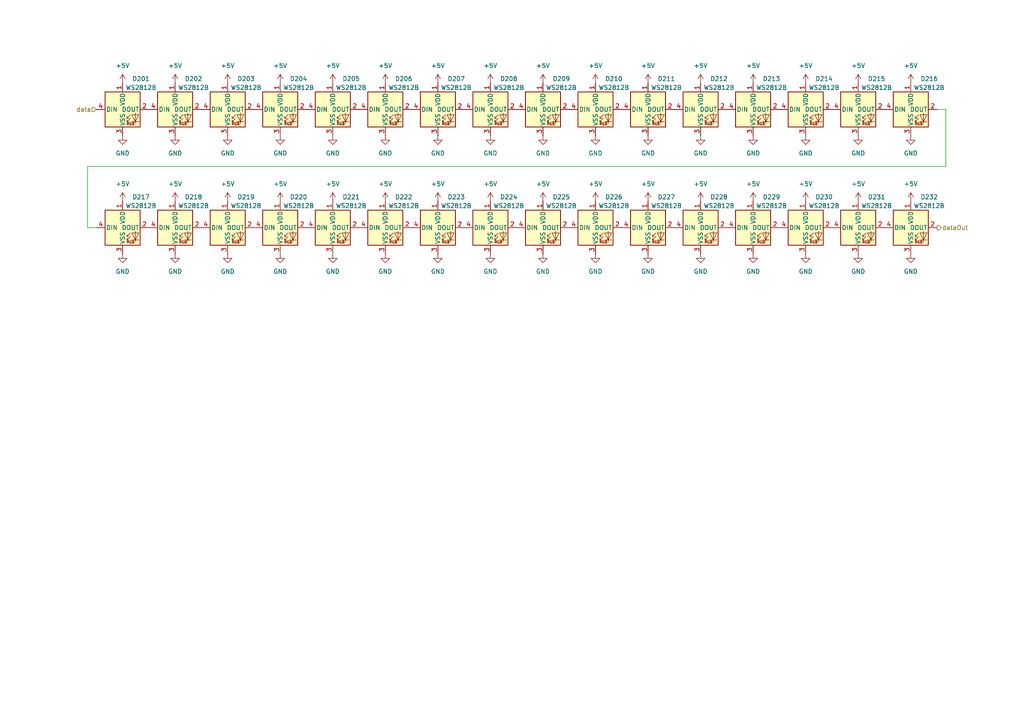
<source format=kicad_sch>
(kicad_sch (version 20231120) (generator "eeschema") (generator_version "8.0")
  (paper "A4")
  (lib_symbols
    (symbol "LED:WS2812B" (pin_names (offset 0.254))
      (property "Reference" "D" (at 5.08 5.715 0))
      (property "Value" "WS2812B" (at 1.27 -5.715 0))
      (symbol "WS2812B_0_0"
        (text "RGB" (at 2.286 -4.191 0) (effects (font (size 0.762 0.762))))
      )
      (symbol "WS2812B_0_1"
        (polyline (pts (xy 1.27 -3.556) (xy 1.778 -3.556)))
        (polyline (pts (xy 1.27 -2.54) (xy 1.778 -2.54)))
        (polyline (pts (xy 4.699 -3.556) (xy 2.667 -3.556)))
        (polyline (pts (xy 2.286 -2.54) (xy 1.27 -3.556) (xy 1.27 -3.048)))
        (polyline (pts (xy 2.286 -1.524) (xy 1.27 -2.54) (xy 1.27 -2.032)))
        (polyline (pts (xy 3.683 -1.016) (xy 3.683 -3.556) (xy 3.683 -4.064)))
        (polyline (pts (xy 4.699 -1.524) (xy 2.667 -1.524) (xy 3.683 -3.556) (xy 4.699 -1.524)))
        (rectangle (start 5.08 5.08) (end -5.08 -5.08) (stroke (width 0.254)) (fill (type background)))
      )
      (symbol "WS2812B_1_1"
        (pin power_in line (at 0 7.62 270) (length 2.54) (name "VDD") (number "1"))
        (pin output line (at 7.62 0 180) (length 2.54) (name "DOUT") (number "2"))
        (pin power_in line (at 0 -7.62 90) (length 2.54) (name "VSS") (number "3"))
        (pin input line (at -7.62 0 0) (length 2.54) (name "DIN") (number "4"))
      )
    )
    (symbol "power:+5V" (power) (pin_numbers hide) (pin_names (offset 0) hide)
      (property "Value" "+5V" (at 0 3.556 0))
      (symbol "+5V_0_1"
        (polyline (pts (xy -0.762 1.27) (xy 0 2.54)))
        (polyline (pts (xy 0 0) (xy 0 2.54)))
        (polyline (pts (xy 0 2.54) (xy 0.762 1.27)))
      )
      (symbol "+5V_1_1"
        (pin power_in line (at 0 0 90) (length 0) (name "~") (number "1"))
      )
    )
    (symbol "power:GND" (power) (pin_numbers hide) (pin_names (offset 0) hide)
      (property "Value" "GND" (at 0 -3.81 0))
      (symbol "GND_0_1"
        (polyline (pts (xy 0 0) (xy 0 -1.27) (xy 1.27 -1.27) (xy 0 -2.54) (xy -1.27 -1.27) (xy 0 -1.27)))
      )
      (symbol "GND_1_1"
        (pin power_in line (at 0 0 270) (length 0) (name "~") (number "1"))
      )
    )
  )
  (wire (pts (xy 271.78 31.75) (xy 274.32 31.75)))
  (wire (pts (xy 25.4 48.26) (xy 25.4 66.04)))
  (wire (pts (xy 274.32 48.26) (xy 25.4 48.26)))
  (wire (pts (xy 25.4 66.04) (xy 27.94 66.04)))
  (wire (pts (xy 274.32 31.75) (xy 274.32 48.26)))
  (hierarchical_label "dataOut" (shape output) (at 271.78 66.04 0))
  (hierarchical_label "data" (shape input) (at 27.94 31.75 180))
  (symbol (lib_id "power:GND") (at 111.76 73.66 0) (unit 1)
    (property "Reference" "#PWR0254" (effects (hide yes)))
    (property "Value" "GND" (at 111.76 78.74 0))
    (property "Description" "Power symbol creates a global label with name \"GND\" , ground" (effects (hide yes)))
  )
  (symbol (lib_id "LED:WS2812B") (at 96.52 31.75 0) (unit 1)
    (property "Reference" "D205" (at 101.854 22.86 0))
    (property "Value" "WS2812B" (at 101.854 25.4 0))
    (property "Footprint" "LED_SMD:LED_WS2812B_PLCC4_5.0x5.0mm_P3.2mm" (effects (hide yes)))
    (property "Datasheet" "https://cdn-shop.adafruit.com/datasheets/WS2812B.pdf" (effects (hide yes)))
    (property "Description" "RGB LED with integrated controller" (effects (hide yes)))
  )
  (symbol (lib_id "power:+5V") (at 203.2 58.42 0) (unit 1)
    (property "Reference" "#PWR0244" (effects (hide yes)))
    (property "Value" "+5V" (at 203.2 53.34 0))
    (property "Description" "Power symbol creates a global label with name \"+5V\"" (effects (hide yes)))
  )
  (symbol (lib_id "power:+5V") (at 218.44 58.42 0) (unit 1)
    (property "Reference" "#PWR0245" (effects (hide yes)))
    (property "Value" "+5V" (at 218.44 53.34 0))
    (property "Description" "Power symbol creates a global label with name \"+5V\"" (effects (hide yes)))
  )
  (symbol (lib_id "LED:WS2812B") (at 218.44 66.04 0) (unit 1)
    (property "Reference" "D229" (at 223.774 57.15 0))
    (property "Value" "WS2812B" (at 223.774 59.69 0))
    (property "Footprint" "LED_SMD:LED_WS2812B_PLCC4_5.0x5.0mm_P3.2mm" (effects (hide yes)))
    (property "Datasheet" "https://cdn-shop.adafruit.com/datasheets/WS2812B.pdf" (effects (hide yes)))
    (property "Description" "RGB LED with integrated controller" (effects (hide yes)))
  )
  (symbol (lib_id "power:GND") (at 203.2 39.37 0) (unit 1)
    (property "Reference" "#PWR0228" (effects (hide yes)))
    (property "Value" "GND" (at 203.2 44.45 0))
    (property "Description" "Power symbol creates a global label with name \"GND\" , ground" (effects (hide yes)))
  )
  (symbol (lib_id "power:+5V") (at 66.04 24.13 0) (unit 1)
    (property "Reference" "#PWR0203" (effects (hide yes)))
    (property "Value" "+5V" (at 66.04 19.05 0))
    (property "Description" "Power symbol creates a global label with name \"+5V\"" (effects (hide yes)))
  )
  (symbol (lib_id "LED:WS2812B") (at 172.72 31.75 0) (unit 1)
    (property "Reference" "D210" (at 178.054 22.86 0))
    (property "Value" "WS2812B" (at 178.054 25.4 0))
    (property "Footprint" "LED_SMD:LED_WS2812B_PLCC4_5.0x5.0mm_P3.2mm" (effects (hide yes)))
    (property "Datasheet" "https://cdn-shop.adafruit.com/datasheets/WS2812B.pdf" (effects (hide yes)))
    (property "Description" "RGB LED with integrated controller" (effects (hide yes)))
  )
  (symbol (lib_id "LED:WS2812B") (at 203.2 66.04 0) (unit 1)
    (property "Reference" "D228" (at 208.534 57.15 0))
    (property "Value" "WS2812B" (at 208.534 59.69 0))
    (property "Footprint" "LED_SMD:LED_WS2812B_PLCC4_5.0x5.0mm_P3.2mm" (effects (hide yes)))
    (property "Datasheet" "https://cdn-shop.adafruit.com/datasheets/WS2812B.pdf" (effects (hide yes)))
    (property "Description" "RGB LED with integrated controller" (effects (hide yes)))
  )
  (symbol (lib_id "power:GND") (at 50.8 73.66 0) (unit 1)
    (property "Reference" "#PWR0250" (effects (hide yes)))
    (property "Value" "GND" (at 50.8 78.74 0))
    (property "Description" "Power symbol creates a global label with name \"GND\" , ground" (effects (hide yes)))
  )
  (symbol (lib_id "LED:WS2812B") (at 264.16 66.04 0) (unit 1)
    (property "Reference" "D232" (at 269.494 57.15 0))
    (property "Value" "WS2812B" (at 269.494 59.69 0))
    (property "Footprint" "LED_SMD:LED_WS2812B_PLCC4_5.0x5.0mm_P3.2mm" (effects (hide yes)))
    (property "Datasheet" "https://cdn-shop.adafruit.com/datasheets/WS2812B.pdf" (effects (hide yes)))
    (property "Description" "RGB LED with integrated controller" (effects (hide yes)))
  )
  (symbol (lib_id "power:+5V") (at 50.8 24.13 0) (unit 1)
    (property "Reference" "#PWR0202" (effects (hide yes)))
    (property "Value" "+5V" (at 50.8 19.05 0))
    (property "Description" "Power symbol creates a global label with name \"+5V\"" (effects (hide yes)))
  )
  (symbol (lib_id "power:+5V") (at 187.96 24.13 0) (unit 1)
    (property "Reference" "#PWR0211" (effects (hide yes)))
    (property "Value" "+5V" (at 187.96 19.05 0))
    (property "Description" "Power symbol creates a global label with name \"+5V\"" (effects (hide yes)))
  )
  (symbol (lib_id "power:+5V") (at 66.04 58.42 0) (unit 1)
    (property "Reference" "#PWR0235" (effects (hide yes)))
    (property "Value" "+5V" (at 66.04 53.34 0))
    (property "Description" "Power symbol creates a global label with name \"+5V\"" (effects (hide yes)))
  )
  (symbol (lib_id "LED:WS2812B") (at 66.04 31.75 0) (unit 1)
    (property "Reference" "D203" (at 71.374 22.86 0))
    (property "Value" "WS2812B" (at 71.374 25.4 0))
    (property "Footprint" "LED_SMD:LED_WS2812B_PLCC4_5.0x5.0mm_P3.2mm" (effects (hide yes)))
    (property "Datasheet" "https://cdn-shop.adafruit.com/datasheets/WS2812B.pdf" (effects (hide yes)))
    (property "Description" "RGB LED with integrated controller" (effects (hide yes)))
  )
  (symbol (lib_id "power:+5V") (at 142.24 24.13 0) (unit 1)
    (property "Reference" "#PWR0208" (effects (hide yes)))
    (property "Value" "+5V" (at 142.24 19.05 0))
    (property "Description" "Power symbol creates a global label with name \"+5V\"" (effects (hide yes)))
  )
  (symbol (lib_id "power:GND") (at 172.72 39.37 0) (unit 1)
    (property "Reference" "#PWR0226" (effects (hide yes)))
    (property "Value" "GND" (at 172.72 44.45 0))
    (property "Description" "Power symbol creates a global label with name \"GND\" , ground" (effects (hide yes)))
  )
  (symbol (lib_id "power:GND") (at 35.56 39.37 0) (unit 1)
    (property "Reference" "#PWR0217" (effects (hide yes)))
    (property "Value" "GND" (at 35.56 44.45 0))
    (property "Description" "Power symbol creates a global label with name \"GND\" , ground" (effects (hide yes)))
  )
  (symbol (lib_id "power:+5V") (at 50.8 58.42 0) (unit 1)
    (property "Reference" "#PWR0234" (effects (hide yes)))
    (property "Value" "+5V" (at 50.8 53.34 0))
    (property "Description" "Power symbol creates a global label with name \"+5V\"" (effects (hide yes)))
  )
  (symbol (lib_id "power:+5V") (at 127 24.13 0) (unit 1)
    (property "Reference" "#PWR0207" (effects (hide yes)))
    (property "Value" "+5V" (at 127 19.05 0))
    (property "Description" "Power symbol creates a global label with name \"+5V\"" (effects (hide yes)))
  )
  (symbol (lib_id "power:GND") (at 157.48 73.66 0) (unit 1)
    (property "Reference" "#PWR0257" (effects (hide yes)))
    (property "Value" "GND" (at 157.48 78.74 0))
    (property "Description" "Power symbol creates a global label with name \"GND\" , ground" (effects (hide yes)))
  )
  (symbol (lib_id "LED:WS2812B") (at 111.76 31.75 0) (unit 1)
    (property "Reference" "D206" (at 117.094 22.86 0))
    (property "Value" "WS2812B" (at 117.094 25.4 0))
    (property "Footprint" "LED_SMD:LED_WS2812B_PLCC4_5.0x5.0mm_P3.2mm" (effects (hide yes)))
    (property "Datasheet" "https://cdn-shop.adafruit.com/datasheets/WS2812B.pdf" (effects (hide yes)))
    (property "Description" "RGB LED with integrated controller" (effects (hide yes)))
  )
  (symbol (lib_id "power:GND") (at 111.76 39.37 0) (unit 1)
    (property "Reference" "#PWR0222" (effects (hide yes)))
    (property "Value" "GND" (at 111.76 44.45 0))
    (property "Description" "Power symbol creates a global label with name \"GND\" , ground" (effects (hide yes)))
  )
  (symbol (lib_id "LED:WS2812B") (at 233.68 66.04 0) (unit 1)
    (property "Reference" "D230" (at 239.014 57.15 0))
    (property "Value" "WS2812B" (at 239.014 59.69 0))
    (property "Footprint" "LED_SMD:LED_WS2812B_PLCC4_5.0x5.0mm_P3.2mm" (effects (hide yes)))
    (property "Datasheet" "https://cdn-shop.adafruit.com/datasheets/WS2812B.pdf" (effects (hide yes)))
    (property "Description" "RGB LED with integrated controller" (effects (hide yes)))
  )
  (symbol (lib_id "LED:WS2812B") (at 50.8 31.75 0) (unit 1)
    (property "Reference" "D202" (at 56.134 22.86 0))
    (property "Value" "WS2812B" (at 56.134 25.4 0))
    (property "Footprint" "LED_SMD:LED_WS2812B_PLCC4_5.0x5.0mm_P3.2mm" (effects (hide yes)))
    (property "Datasheet" "https://cdn-shop.adafruit.com/datasheets/WS2812B.pdf" (effects (hide yes)))
    (property "Description" "RGB LED with integrated controller" (effects (hide yes)))
  )
  (symbol (lib_id "power:GND") (at 96.52 73.66 0) (unit 1)
    (property "Reference" "#PWR0253" (effects (hide yes)))
    (property "Value" "GND" (at 96.52 78.74 0))
    (property "Description" "Power symbol creates a global label with name \"GND\" , ground" (effects (hide yes)))
  )
  (symbol (lib_id "power:GND") (at 187.96 39.37 0) (unit 1)
    (property "Reference" "#PWR0227" (effects (hide yes)))
    (property "Value" "GND" (at 187.96 44.45 0))
    (property "Description" "Power symbol creates a global label with name \"GND\" , ground" (effects (hide yes)))
  )
  (symbol (lib_id "power:GND") (at 142.24 39.37 0) (unit 1)
    (property "Reference" "#PWR0224" (effects (hide yes)))
    (property "Value" "GND" (at 142.24 44.45 0))
    (property "Description" "Power symbol creates a global label with name \"GND\" , ground" (effects (hide yes)))
  )
  (symbol (lib_id "power:+5V") (at 264.16 58.42 0) (unit 1)
    (property "Reference" "#PWR0248" (effects (hide yes)))
    (property "Value" "+5V" (at 264.16 53.34 0))
    (property "Description" "Power symbol creates a global label with name \"+5V\"" (effects (hide yes)))
  )
  (symbol (lib_id "power:GND") (at 127 39.37 0) (unit 1)
    (property "Reference" "#PWR0223" (effects (hide yes)))
    (property "Value" "GND" (at 127 44.45 0))
    (property "Description" "Power symbol creates a global label with name \"GND\" , ground" (effects (hide yes)))
  )
  (symbol (lib_id "LED:WS2812B") (at 172.72 66.04 0) (unit 1)
    (property "Reference" "D226" (at 178.054 57.15 0))
    (property "Value" "WS2812B" (at 178.054 59.69 0))
    (property "Footprint" "LED_SMD:LED_WS2812B_PLCC4_5.0x5.0mm_P3.2mm" (effects (hide yes)))
    (property "Datasheet" "https://cdn-shop.adafruit.com/datasheets/WS2812B.pdf" (effects (hide yes)))
    (property "Description" "RGB LED with integrated controller" (effects (hide yes)))
  )
  (symbol (lib_id "power:+5V") (at 187.96 58.42 0) (unit 1)
    (property "Reference" "#PWR0243" (effects (hide yes)))
    (property "Value" "+5V" (at 187.96 53.34 0))
    (property "Description" "Power symbol creates a global label with name \"+5V\"" (effects (hide yes)))
  )
  (symbol (lib_id "LED:WS2812B") (at 187.96 31.75 0) (unit 1)
    (property "Reference" "D211" (at 193.294 22.86 0))
    (property "Value" "WS2812B" (at 193.294 25.4 0))
    (property "Footprint" "LED_SMD:LED_WS2812B_PLCC4_5.0x5.0mm_P3.2mm" (effects (hide yes)))
    (property "Datasheet" "https://cdn-shop.adafruit.com/datasheets/WS2812B.pdf" (effects (hide yes)))
    (property "Description" "RGB LED with integrated controller" (effects (hide yes)))
  )
  (symbol (lib_id "power:+5V") (at 81.28 58.42 0) (unit 1)
    (property "Reference" "#PWR0236" (effects (hide yes)))
    (property "Value" "+5V" (at 81.28 53.34 0))
    (property "Description" "Power symbol creates a global label with name \"+5V\"" (effects (hide yes)))
  )
  (symbol (lib_id "power:+5V") (at 142.24 58.42 0) (unit 1)
    (property "Reference" "#PWR0240" (effects (hide yes)))
    (property "Value" "+5V" (at 142.24 53.34 0))
    (property "Description" "Power symbol creates a global label with name \"+5V\"" (effects (hide yes)))
  )
  (symbol (lib_id "power:GND") (at 157.48 39.37 0) (unit 1)
    (property "Reference" "#PWR0225" (effects (hide yes)))
    (property "Value" "GND" (at 157.48 44.45 0))
    (property "Description" "Power symbol creates a global label with name \"GND\" , ground" (effects (hide yes)))
  )
  (symbol (lib_id "power:GND") (at 218.44 73.66 0) (unit 1)
    (property "Reference" "#PWR0261" (effects (hide yes)))
    (property "Value" "GND" (at 218.44 78.74 0))
    (property "Description" "Power symbol creates a global label with name \"GND\" , ground" (effects (hide yes)))
  )
  (symbol (lib_id "power:GND") (at 172.72 73.66 0) (unit 1)
    (property "Reference" "#PWR0258" (effects (hide yes)))
    (property "Value" "GND" (at 172.72 78.74 0))
    (property "Description" "Power symbol creates a global label with name \"GND\" , ground" (effects (hide yes)))
  )
  (symbol (lib_id "power:+5V") (at 218.44 24.13 0) (unit 1)
    (property "Reference" "#PWR0213" (effects (hide yes)))
    (property "Value" "+5V" (at 218.44 19.05 0))
    (property "Description" "Power symbol creates a global label with name \"+5V\"" (effects (hide yes)))
  )
  (symbol (lib_id "power:GND") (at 264.16 73.66 0) (unit 1)
    (property "Reference" "#PWR0264" (effects (hide yes)))
    (property "Value" "GND" (at 264.16 78.74 0))
    (property "Description" "Power symbol creates a global label with name \"GND\" , ground" (effects (hide yes)))
  )
  (symbol (lib_id "LED:WS2812B") (at 50.8 66.04 0) (unit 1)
    (property "Reference" "D218" (at 56.134 57.15 0))
    (property "Value" "WS2812B" (at 56.134 59.69 0))
    (property "Footprint" "LED_SMD:LED_WS2812B_PLCC4_5.0x5.0mm_P3.2mm" (effects (hide yes)))
    (property "Datasheet" "https://cdn-shop.adafruit.com/datasheets/WS2812B.pdf" (effects (hide yes)))
    (property "Description" "RGB LED with integrated controller" (effects (hide yes)))
  )
  (symbol (lib_id "power:+5V") (at 96.52 58.42 0) (unit 1)
    (property "Reference" "#PWR0237" (effects (hide yes)))
    (property "Value" "+5V" (at 96.52 53.34 0))
    (property "Description" "Power symbol creates a global label with name \"+5V\"" (effects (hide yes)))
  )
  (symbol (lib_id "LED:WS2812B") (at 187.96 66.04 0) (unit 1)
    (property "Reference" "D227" (at 193.294 57.15 0))
    (property "Value" "WS2812B" (at 193.294 59.69 0))
    (property "Footprint" "LED_SMD:LED_WS2812B_PLCC4_5.0x5.0mm_P3.2mm" (effects (hide yes)))
    (property "Datasheet" "https://cdn-shop.adafruit.com/datasheets/WS2812B.pdf" (effects (hide yes)))
    (property "Description" "RGB LED with integrated controller" (effects (hide yes)))
  )
  (symbol (lib_id "power:+5V") (at 127 58.42 0) (unit 1)
    (property "Reference" "#PWR0239" (effects (hide yes)))
    (property "Value" "+5V" (at 127 53.34 0))
    (property "Description" "Power symbol creates a global label with name \"+5V\"" (effects (hide yes)))
  )
  (symbol (lib_id "LED:WS2812B") (at 81.28 66.04 0) (unit 1)
    (property "Reference" "D220" (at 86.614 57.15 0))
    (property "Value" "WS2812B" (at 86.614 59.69 0))
    (property "Footprint" "LED_SMD:LED_WS2812B_PLCC4_5.0x5.0mm_P3.2mm" (effects (hide yes)))
    (property "Datasheet" "https://cdn-shop.adafruit.com/datasheets/WS2812B.pdf" (effects (hide yes)))
    (property "Description" "RGB LED with integrated controller" (effects (hide yes)))
  )
  (symbol (lib_id "LED:WS2812B") (at 66.04 66.04 0) (unit 1)
    (property "Reference" "D219" (at 71.374 57.15 0))
    (property "Value" "WS2812B" (at 71.374 59.69 0))
    (property "Footprint" "LED_SMD:LED_WS2812B_PLCC4_5.0x5.0mm_P3.2mm" (effects (hide yes)))
    (property "Datasheet" "https://cdn-shop.adafruit.com/datasheets/WS2812B.pdf" (effects (hide yes)))
    (property "Description" "RGB LED with integrated controller" (effects (hide yes)))
  )
  (symbol (lib_id "power:+5V") (at 172.72 58.42 0) (unit 1)
    (property "Reference" "#PWR0242" (effects (hide yes)))
    (property "Value" "+5V" (at 172.72 53.34 0))
    (property "Description" "Power symbol creates a global label with name \"+5V\"" (effects (hide yes)))
  )
  (symbol (lib_id "LED:WS2812B") (at 264.16 31.75 0) (unit 1)
    (property "Reference" "D216" (at 269.494 22.86 0))
    (property "Value" "WS2812B" (at 269.494 25.4 0))
    (property "Footprint" "LED_SMD:LED_WS2812B_PLCC4_5.0x5.0mm_P3.2mm" (effects (hide yes)))
    (property "Datasheet" "https://cdn-shop.adafruit.com/datasheets/WS2812B.pdf" (effects (hide yes)))
    (property "Description" "RGB LED with integrated controller" (effects (hide yes)))
  )
  (symbol (lib_id "power:+5V") (at 81.28 24.13 0) (unit 1)
    (property "Reference" "#PWR0204" (effects (hide yes)))
    (property "Value" "+5V" (at 81.28 19.05 0))
    (property "Description" "Power symbol creates a global label with name \"+5V\"" (effects (hide yes)))
  )
  (symbol (lib_id "power:GND") (at 203.2 73.66 0) (unit 1)
    (property "Reference" "#PWR0260" (effects (hide yes)))
    (property "Value" "GND" (at 203.2 78.74 0))
    (property "Description" "Power symbol creates a global label with name \"GND\" , ground" (effects (hide yes)))
  )
  (symbol (lib_id "power:GND") (at 66.04 73.66 0) (unit 1)
    (property "Reference" "#PWR0251" (effects (hide yes)))
    (property "Value" "GND" (at 66.04 78.74 0))
    (property "Description" "Power symbol creates a global label with name \"GND\" , ground" (effects (hide yes)))
  )
  (symbol (lib_id "power:+5V") (at 35.56 58.42 0) (unit 1)
    (property "Reference" "#PWR0233" (effects (hide yes)))
    (property "Value" "+5V" (at 35.56 53.34 0))
    (property "Description" "Power symbol creates a global label with name \"+5V\"" (effects (hide yes)))
  )
  (symbol (lib_id "LED:WS2812B") (at 248.92 31.75 0) (unit 1)
    (property "Reference" "D215" (at 254.254 22.86 0))
    (property "Value" "WS2812B" (at 254.254 25.4 0))
    (property "Footprint" "LED_SMD:LED_WS2812B_PLCC4_5.0x5.0mm_P3.2mm" (effects (hide yes)))
    (property "Datasheet" "https://cdn-shop.adafruit.com/datasheets/WS2812B.pdf" (effects (hide yes)))
    (property "Description" "RGB LED with integrated controller" (effects (hide yes)))
  )
  (symbol (lib_id "LED:WS2812B") (at 233.68 31.75 0) (unit 1)
    (property "Reference" "D214" (at 239.014 22.86 0))
    (property "Value" "WS2812B" (at 239.014 25.4 0))
    (property "Footprint" "LED_SMD:LED_WS2812B_PLCC4_5.0x5.0mm_P3.2mm" (effects (hide yes)))
    (property "Datasheet" "https://cdn-shop.adafruit.com/datasheets/WS2812B.pdf" (effects (hide yes)))
    (property "Description" "RGB LED with integrated controller" (effects (hide yes)))
  )
  (symbol (lib_id "power:GND") (at 81.28 73.66 0) (unit 1)
    (property "Reference" "#PWR0252" (effects (hide yes)))
    (property "Value" "GND" (at 81.28 78.74 0))
    (property "Description" "Power symbol creates a global label with name \"GND\" , ground" (effects (hide yes)))
  )
  (symbol (lib_id "power:+5V") (at 248.92 58.42 0) (unit 1)
    (property "Reference" "#PWR0247" (effects (hide yes)))
    (property "Value" "+5V" (at 248.92 53.34 0))
    (property "Description" "Power symbol creates a global label with name \"+5V\"" (effects (hide yes)))
  )
  (symbol (lib_id "power:GND") (at 66.04 39.37 0) (unit 1)
    (property "Reference" "#PWR0219" (effects (hide yes)))
    (property "Value" "GND" (at 66.04 44.45 0))
    (property "Description" "Power symbol creates a global label with name \"GND\" , ground" (effects (hide yes)))
  )
  (symbol (lib_id "LED:WS2812B") (at 157.48 31.75 0) (unit 1)
    (property "Reference" "D209" (at 162.814 22.86 0))
    (property "Value" "WS2812B" (at 162.814 25.4 0))
    (property "Footprint" "LED_SMD:LED_WS2812B_PLCC4_5.0x5.0mm_P3.2mm" (effects (hide yes)))
    (property "Datasheet" "https://cdn-shop.adafruit.com/datasheets/WS2812B.pdf" (effects (hide yes)))
    (property "Description" "RGB LED with integrated controller" (effects (hide yes)))
  )
  (symbol (lib_id "power:GND") (at 233.68 39.37 0) (unit 1)
    (property "Reference" "#PWR0230" (effects (hide yes)))
    (property "Value" "GND" (at 233.68 44.45 0))
    (property "Description" "Power symbol creates a global label with name \"GND\" , ground" (effects (hide yes)))
  )
  (symbol (lib_id "power:+5V") (at 172.72 24.13 0) (unit 1)
    (property "Reference" "#PWR0210" (effects (hide yes)))
    (property "Value" "+5V" (at 172.72 19.05 0))
    (property "Description" "Power symbol creates a global label with name \"+5V\"" (effects (hide yes)))
  )
  (symbol (lib_id "LED:WS2812B") (at 127 31.75 0) (unit 1)
    (property "Reference" "D207" (at 132.334 22.86 0))
    (property "Value" "WS2812B" (at 132.334 25.4 0))
    (property "Footprint" "LED_SMD:LED_WS2812B_PLCC4_5.0x5.0mm_P3.2mm" (effects (hide yes)))
    (property "Datasheet" "https://cdn-shop.adafruit.com/datasheets/WS2812B.pdf" (effects (hide yes)))
    (property "Description" "RGB LED with integrated controller" (effects (hide yes)))
  )
  (symbol (lib_id "power:GND") (at 248.92 39.37 0) (unit 1)
    (property "Reference" "#PWR0231" (effects (hide yes)))
    (property "Value" "GND" (at 248.92 44.45 0))
    (property "Description" "Power symbol creates a global label with name \"GND\" , ground" (effects (hide yes)))
  )
  (symbol (lib_id "power:+5V") (at 233.68 58.42 0) (unit 1)
    (property "Reference" "#PWR0246" (effects (hide yes)))
    (property "Value" "+5V" (at 233.68 53.34 0))
    (property "Description" "Power symbol creates a global label with name \"+5V\"" (effects (hide yes)))
  )
  (symbol (lib_id "LED:WS2812B") (at 35.56 66.04 0) (unit 1)
    (property "Reference" "D217" (at 40.894 57.15 0))
    (property "Value" "WS2812B" (at 40.894 59.69 0))
    (property "Footprint" "LED_SMD:LED_WS2812B_PLCC4_5.0x5.0mm_P3.2mm" (effects (hide yes)))
    (property "Datasheet" "https://cdn-shop.adafruit.com/datasheets/WS2812B.pdf" (effects (hide yes)))
    (property "Description" "RGB LED with integrated controller" (effects (hide yes)))
  )
  (symbol (lib_id "power:+5V") (at 111.76 58.42 0) (unit 1)
    (property "Reference" "#PWR0238" (effects (hide yes)))
    (property "Value" "+5V" (at 111.76 53.34 0))
    (property "Description" "Power symbol creates a global label with name \"+5V\"" (effects (hide yes)))
  )
  (symbol (lib_id "LED:WS2812B") (at 248.92 66.04 0) (unit 1)
    (property "Reference" "D231" (at 254.254 57.15 0))
    (property "Value" "WS2812B" (at 254.254 59.69 0))
    (property "Footprint" "LED_SMD:LED_WS2812B_PLCC4_5.0x5.0mm_P3.2mm" (effects (hide yes)))
    (property "Datasheet" "https://cdn-shop.adafruit.com/datasheets/WS2812B.pdf" (effects (hide yes)))
    (property "Description" "RGB LED with integrated controller" (effects (hide yes)))
  )
  (symbol (lib_id "power:GND") (at 233.68 73.66 0) (unit 1)
    (property "Reference" "#PWR0262" (effects (hide yes)))
    (property "Value" "GND" (at 233.68 78.74 0))
    (property "Description" "Power symbol creates a global label with name \"GND\" , ground" (effects (hide yes)))
  )
  (symbol (lib_id "LED:WS2812B") (at 127 66.04 0) (unit 1)
    (property "Reference" "D223" (at 132.334 57.15 0))
    (property "Value" "WS2812B" (at 132.334 59.69 0))
    (property "Footprint" "LED_SMD:LED_WS2812B_PLCC4_5.0x5.0mm_P3.2mm" (effects (hide yes)))
    (property "Datasheet" "https://cdn-shop.adafruit.com/datasheets/WS2812B.pdf" (effects (hide yes)))
    (property "Description" "RGB LED with integrated controller" (effects (hide yes)))
  )
  (symbol (lib_id "power:GND") (at 187.96 73.66 0) (unit 1)
    (property "Reference" "#PWR0259" (effects (hide yes)))
    (property "Value" "GND" (at 187.96 78.74 0))
    (property "Description" "Power symbol creates a global label with name \"GND\" , ground" (effects (hide yes)))
  )
  (symbol (lib_id "power:GND") (at 81.28 39.37 0) (unit 1)
    (property "Reference" "#PWR0220" (effects (hide yes)))
    (property "Value" "GND" (at 81.28 44.45 0))
    (property "Description" "Power symbol creates a global label with name \"GND\" , ground" (effects (hide yes)))
  )
  (symbol (lib_id "LED:WS2812B") (at 142.24 66.04 0) (unit 1)
    (property "Reference" "D224" (at 147.574 57.15 0))
    (property "Value" "WS2812B" (at 147.574 59.69 0))
    (property "Footprint" "LED_SMD:LED_WS2812B_PLCC4_5.0x5.0mm_P3.2mm" (effects (hide yes)))
    (property "Datasheet" "https://cdn-shop.adafruit.com/datasheets/WS2812B.pdf" (effects (hide yes)))
    (property "Description" "RGB LED with integrated controller" (effects (hide yes)))
  )
  (symbol (lib_id "power:GND") (at 142.24 73.66 0) (unit 1)
    (property "Reference" "#PWR0256" (effects (hide yes)))
    (property "Value" "GND" (at 142.24 78.74 0))
    (property "Description" "Power symbol creates a global label with name \"GND\" , ground" (effects (hide yes)))
  )
  (symbol (lib_id "power:+5V") (at 157.48 58.42 0) (unit 1)
    (property "Reference" "#PWR0241" (effects (hide yes)))
    (property "Value" "+5V" (at 157.48 53.34 0))
    (property "Description" "Power symbol creates a global label with name \"+5V\"" (effects (hide yes)))
  )
  (symbol (lib_id "LED:WS2812B") (at 81.28 31.75 0) (unit 1)
    (property "Reference" "D204" (at 86.614 22.86 0))
    (property "Value" "WS2812B" (at 86.614 25.4 0))
    (property "Footprint" "LED_SMD:LED_WS2812B_PLCC4_5.0x5.0mm_P3.2mm" (effects (hide yes)))
    (property "Datasheet" "https://cdn-shop.adafruit.com/datasheets/WS2812B.pdf" (effects (hide yes)))
    (property "Description" "RGB LED with integrated controller" (effects (hide yes)))
  )
  (symbol (lib_id "LED:WS2812B") (at 157.48 66.04 0) (unit 1)
    (property "Reference" "D225" (at 162.814 57.15 0))
    (property "Value" "WS2812B" (at 162.814 59.69 0))
    (property "Footprint" "LED_SMD:LED_WS2812B_PLCC4_5.0x5.0mm_P3.2mm" (effects (hide yes)))
    (property "Datasheet" "https://cdn-shop.adafruit.com/datasheets/WS2812B.pdf" (effects (hide yes)))
    (property "Description" "RGB LED with integrated controller" (effects (hide yes)))
  )
  (symbol (lib_id "LED:WS2812B") (at 218.44 31.75 0) (unit 1)
    (property "Reference" "D213" (at 223.774 22.86 0))
    (property "Value" "WS2812B" (at 223.774 25.4 0))
    (property "Footprint" "LED_SMD:LED_WS2812B_PLCC4_5.0x5.0mm_P3.2mm" (effects (hide yes)))
    (property "Datasheet" "https://cdn-shop.adafruit.com/datasheets/WS2812B.pdf" (effects (hide yes)))
    (property "Description" "RGB LED with integrated controller" (effects (hide yes)))
  )
  (symbol (lib_id "power:GND") (at 50.8 39.37 0) (unit 1)
    (property "Reference" "#PWR0218" (effects (hide yes)))
    (property "Value" "GND" (at 50.8 44.45 0))
    (property "Description" "Power symbol creates a global label with name \"GND\" , ground" (effects (hide yes)))
  )
  (symbol (lib_id "power:GND") (at 218.44 39.37 0) (unit 1)
    (property "Reference" "#PWR0229" (effects (hide yes)))
    (property "Value" "GND" (at 218.44 44.45 0))
    (property "Description" "Power symbol creates a global label with name \"GND\" , ground" (effects (hide yes)))
  )
  (symbol (lib_id "power:GND") (at 264.16 39.37 0) (unit 1)
    (property "Reference" "#PWR0232" (effects (hide yes)))
    (property "Value" "GND" (at 264.16 44.45 0))
    (property "Description" "Power symbol creates a global label with name \"GND\" , ground" (effects (hide yes)))
  )
  (symbol (lib_id "power:GND") (at 248.92 73.66 0) (unit 1)
    (property "Reference" "#PWR0263" (effects (hide yes)))
    (property "Value" "GND" (at 248.92 78.74 0))
    (property "Description" "Power symbol creates a global label with name \"GND\" , ground" (effects (hide yes)))
  )
  (symbol (lib_id "LED:WS2812B") (at 203.2 31.75 0) (unit 1)
    (property "Reference" "D212" (at 208.534 22.86 0))
    (property "Value" "WS2812B" (at 208.534 25.4 0))
    (property "Footprint" "LED_SMD:LED_WS2812B_PLCC4_5.0x5.0mm_P3.2mm" (effects (hide yes)))
    (property "Datasheet" "https://cdn-shop.adafruit.com/datasheets/WS2812B.pdf" (effects (hide yes)))
    (property "Description" "RGB LED with integrated controller" (effects (hide yes)))
  )
  (symbol (lib_id "power:GND") (at 96.52 39.37 0) (unit 1)
    (property "Reference" "#PWR0221" (effects (hide yes)))
    (property "Value" "GND" (at 96.52 44.45 0))
    (property "Description" "Power symbol creates a global label with name \"GND\" , ground" (effects (hide yes)))
  )
  (symbol (lib_id "power:+5V") (at 248.92 24.13 0) (unit 1)
    (property "Reference" "#PWR0215" (effects (hide yes)))
    (property "Value" "+5V" (at 248.92 19.05 0))
    (property "Description" "Power symbol creates a global label with name \"+5V\"" (effects (hide yes)))
  )
  (symbol (lib_id "power:GND") (at 127 73.66 0) (unit 1)
    (property "Reference" "#PWR0255" (effects (hide yes)))
    (property "Value" "GND" (at 127 78.74 0))
    (property "Description" "Power symbol creates a global label with name \"GND\" , ground" (effects (hide yes)))
  )
  (symbol (lib_id "power:+5V") (at 233.68 24.13 0) (unit 1)
    (property "Reference" "#PWR0214" (effects (hide yes)))
    (property "Value" "+5V" (at 233.68 19.05 0))
    (property "Description" "Power symbol creates a global label with name \"+5V\"" (effects (hide yes)))
  )
  (symbol (lib_id "power:+5V") (at 35.56 24.13 0) (unit 1)
    (property "Reference" "#PWR0201" (effects (hide yes)))
    (property "Value" "+5V" (at 35.56 19.05 0))
    (property "Description" "Power symbol creates a global label with name \"+5V\"" (effects (hide yes)))
  )
  (symbol (lib_id "power:+5V") (at 157.48 24.13 0) (unit 1)
    (property "Reference" "#PWR0209" (effects (hide yes)))
    (property "Value" "+5V" (at 157.48 19.05 0))
    (property "Description" "Power symbol creates a global label with name \"+5V\"" (effects (hide yes)))
  )
  (symbol (lib_id "LED:WS2812B") (at 111.76 66.04 0) (unit 1)
    (property "Reference" "D222" (at 117.094 57.15 0))
    (property "Value" "WS2812B" (at 117.094 59.69 0))
    (property "Footprint" "LED_SMD:LED_WS2812B_PLCC4_5.0x5.0mm_P3.2mm" (effects (hide yes)))
    (property "Datasheet" "https://cdn-shop.adafruit.com/datasheets/WS2812B.pdf" (effects (hide yes)))
    (property "Description" "RGB LED with integrated controller" (effects (hide yes)))
  )
  (symbol (lib_id "LED:WS2812B") (at 35.56 31.75 0) (unit 1)
    (property "Reference" "D201" (at 40.894 22.86 0))
    (property "Value" "WS2812B" (at 40.894 25.4 0))
    (property "Footprint" "LED_SMD:LED_WS2812B_PLCC4_5.0x5.0mm_P3.2mm" (effects (hide yes)))
    (property "Datasheet" "https://cdn-shop.adafruit.com/datasheets/WS2812B.pdf" (effects (hide yes)))
    (property "Description" "RGB LED with integrated controller" (effects (hide yes)))
  )
  (symbol (lib_id "power:+5V") (at 111.76 24.13 0) (unit 1)
    (property "Reference" "#PWR0206" (effects (hide yes)))
    (property "Value" "+5V" (at 111.76 19.05 0))
    (property "Description" "Power symbol creates a global label with name \"+5V\"" (effects (hide yes)))
  )
  (symbol (lib_id "LED:WS2812B") (at 96.52 66.04 0) (unit 1)
    (property "Reference" "D221" (at 101.854 57.15 0))
    (property "Value" "WS2812B" (at 101.854 59.69 0))
    (property "Footprint" "LED_SMD:LED_WS2812B_PLCC4_5.0x5.0mm_P3.2mm" (effects (hide yes)))
    (property "Datasheet" "https://cdn-shop.adafruit.com/datasheets/WS2812B.pdf" (effects (hide yes)))
    (property "Description" "RGB LED with integrated controller" (effects (hide yes)))
  )
  (symbol (lib_id "power:+5V") (at 96.52 24.13 0) (unit 1)
    (property "Reference" "#PWR0205" (effects (hide yes)))
    (property "Value" "+5V" (at 96.52 19.05 0))
    (property "Description" "Power symbol creates a global label with name \"+5V\"" (effects (hide yes)))
  )
  (symbol (lib_id "power:+5V") (at 203.2 24.13 0) (unit 1)
    (property "Reference" "#PWR0212" (effects (hide yes)))
    (property "Value" "+5V" (at 203.2 19.05 0))
    (property "Description" "Power symbol creates a global label with name \"+5V\"" (effects (hide yes)))
  )
  (symbol (lib_id "LED:WS2812B") (at 142.24 31.75 0) (unit 1)
    (property "Reference" "D208" (at 147.574 22.86 0))
    (property "Value" "WS2812B" (at 147.574 25.4 0))
    (property "Footprint" "LED_SMD:LED_WS2812B_PLCC4_5.0x5.0mm_P3.2mm" (effects (hide yes)))
    (property "Datasheet" "https://cdn-shop.adafruit.com/datasheets/WS2812B.pdf" (effects (hide yes)))
    (property "Description" "RGB LED with integrated controller" (effects (hide yes)))
  )
  (symbol (lib_id "power:GND") (at 35.56 73.66 0) (unit 1)
    (property "Reference" "#PWR0249" (effects (hide yes)))
    (property "Value" "GND" (at 35.56 78.74 0))
    (property "Description" "Power symbol creates a global label with name \"GND\" , ground" (effects (hide yes)))
  )
  (symbol (lib_id "power:+5V") (at 264.16 24.13 0) (unit 1)
    (property "Reference" "#PWR0216" (effects (hide yes)))
    (property "Value" "+5V" (at 264.16 19.05 0))
    (property "Description" "Power symbol creates a global label with name \"+5V\"" (effects (hide yes)))
  )
)
</source>
